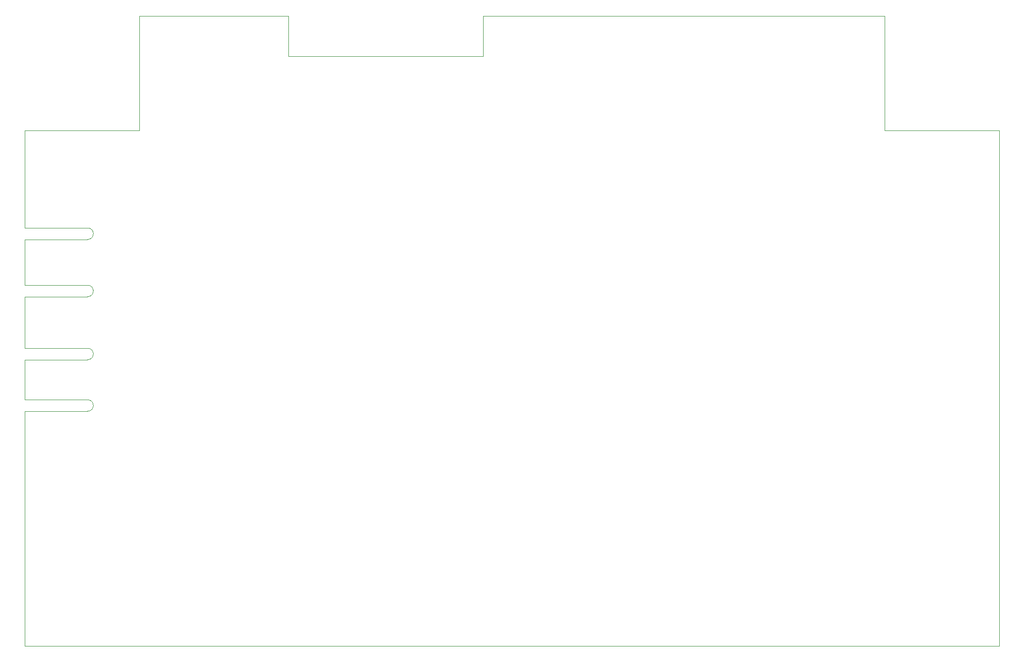
<source format=gm1>
G04 #@! TF.GenerationSoftware,KiCad,Pcbnew,(5.1.9)-1*
G04 #@! TF.CreationDate,2021-04-25T02:40:10+02:00*
G04 #@! TF.ProjectId,water-pump-control,77617465-722d-4707-956d-702d636f6e74,rev?*
G04 #@! TF.SameCoordinates,Original*
G04 #@! TF.FileFunction,Profile,NP*
%FSLAX46Y46*%
G04 Gerber Fmt 4.6, Leading zero omitted, Abs format (unit mm)*
G04 Created by KiCad (PCBNEW (5.1.9)-1) date 2021-04-25 02:40:10*
%MOMM*%
%LPD*%
G01*
G04 APERTURE LIST*
G04 #@! TA.AperFunction,Profile*
%ADD10C,0.050000*%
G04 #@! TD*
G04 APERTURE END LIST*
D10*
X61000000Y-98000000D02*
G75*
G02*
X61000000Y-100000000I0J-1000000D01*
G01*
X61000000Y-107000000D02*
G75*
G02*
X61000000Y-109000000I0J-1000000D01*
G01*
X61000000Y-109000000D02*
X50000000Y-109000000D01*
X50000000Y-107000000D02*
X61000000Y-107000000D01*
X50000000Y-100000000D02*
X50000000Y-107000000D01*
X61000000Y-100000000D02*
X50000000Y-100000000D01*
X50000000Y-98000000D02*
X61000000Y-98000000D01*
X61000000Y-77000000D02*
G75*
G02*
X61000000Y-79000000I0J-1000000D01*
G01*
X61000000Y-87000000D02*
G75*
G02*
X61000000Y-89000000I0J-1000000D01*
G01*
X61000000Y-89000000D02*
X50000000Y-89000000D01*
X50000000Y-87000000D02*
X61000000Y-87000000D01*
X61000000Y-77000000D02*
X50000000Y-77000000D01*
X50000000Y-79000000D02*
X61000000Y-79000000D01*
X50000000Y-87000000D02*
X50000000Y-79000000D01*
X50000000Y-98000000D02*
X50000000Y-89000000D01*
X50000000Y-77000000D02*
X50000000Y-60000000D01*
X130000000Y-47000000D02*
X130000000Y-40000000D01*
X96000000Y-47000000D02*
X130000000Y-47000000D01*
X96000000Y-40000000D02*
X96000000Y-47000000D01*
X130000000Y-40000000D02*
X200000000Y-40000000D01*
X200000000Y-60000000D02*
X220000000Y-60000000D01*
X200000000Y-40000000D02*
X200000000Y-60000000D01*
X70000000Y-40000000D02*
X96000000Y-40000000D01*
X70000000Y-60000000D02*
X70000000Y-40000000D01*
X50000000Y-60000000D02*
X70000000Y-60000000D01*
X50000000Y-150000000D02*
X50000000Y-109000000D01*
X220000000Y-150000000D02*
X220000000Y-60000000D01*
X50000000Y-150000000D02*
X220000000Y-150000000D01*
M02*

</source>
